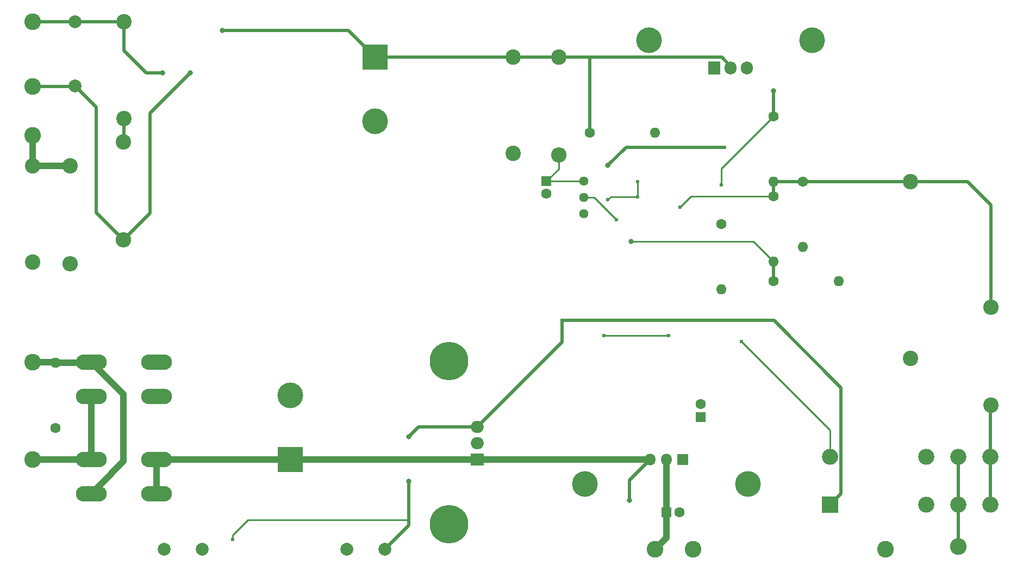
<source format=gbr>
G04 #@! TF.GenerationSoftware,KiCad,Pcbnew,(5.1.10-0-10_14)*
G04 #@! TF.CreationDate,2021-08-03T18:31:46+02:00*
G04 #@! TF.ProjectId,hv-power-supply-v1,68762d70-6f77-4657-922d-737570706c79,rev?*
G04 #@! TF.SameCoordinates,Original*
G04 #@! TF.FileFunction,Copper,L2,Bot*
G04 #@! TF.FilePolarity,Positive*
%FSLAX46Y46*%
G04 Gerber Fmt 4.6, Leading zero omitted, Abs format (unit mm)*
G04 Created by KiCad (PCBNEW (5.1.10-0-10_14)) date 2021-08-03 18:31:46*
%MOMM*%
%LPD*%
G01*
G04 APERTURE LIST*
G04 #@! TA.AperFunction,ComponentPad*
%ADD10O,1.600000X1.600000*%
G04 #@! TD*
G04 #@! TA.AperFunction,ComponentPad*
%ADD11C,1.600000*%
G04 #@! TD*
G04 #@! TA.AperFunction,ComponentPad*
%ADD12C,2.400000*%
G04 #@! TD*
G04 #@! TA.AperFunction,ComponentPad*
%ADD13O,2.400000X2.400000*%
G04 #@! TD*
G04 #@! TA.AperFunction,ComponentPad*
%ADD14C,2.000000*%
G04 #@! TD*
G04 #@! TA.AperFunction,ComponentPad*
%ADD15C,6.000000*%
G04 #@! TD*
G04 #@! TA.AperFunction,ComponentPad*
%ADD16C,4.000000*%
G04 #@! TD*
G04 #@! TA.AperFunction,ComponentPad*
%ADD17R,4.000000X4.000000*%
G04 #@! TD*
G04 #@! TA.AperFunction,ComponentPad*
%ADD18R,2.000000X1.905000*%
G04 #@! TD*
G04 #@! TA.AperFunction,ComponentPad*
%ADD19O,2.000000X1.905000*%
G04 #@! TD*
G04 #@! TA.AperFunction,ComponentPad*
%ADD20O,4.800600X2.400300*%
G04 #@! TD*
G04 #@! TA.AperFunction,ComponentPad*
%ADD21R,1.600000X1.600000*%
G04 #@! TD*
G04 #@! TA.AperFunction,ComponentPad*
%ADD22O,1.905000X2.000000*%
G04 #@! TD*
G04 #@! TA.AperFunction,ComponentPad*
%ADD23R,1.905000X2.000000*%
G04 #@! TD*
G04 #@! TA.AperFunction,ComponentPad*
%ADD24C,2.600000*%
G04 #@! TD*
G04 #@! TA.AperFunction,ComponentPad*
%ADD25C,1.440000*%
G04 #@! TD*
G04 #@! TA.AperFunction,ComponentPad*
%ADD26O,2.500000X2.500000*%
G04 #@! TD*
G04 #@! TA.AperFunction,ComponentPad*
%ADD27R,2.500000X2.500000*%
G04 #@! TD*
G04 #@! TA.AperFunction,ComponentPad*
%ADD28R,1.800000X1.800000*%
G04 #@! TD*
G04 #@! TA.AperFunction,ComponentPad*
%ADD29O,1.800000X1.800000*%
G04 #@! TD*
G04 #@! TA.AperFunction,ViaPad*
%ADD30C,0.600000*%
G04 #@! TD*
G04 #@! TA.AperFunction,ViaPad*
%ADD31C,0.800000*%
G04 #@! TD*
G04 #@! TA.AperFunction,Conductor*
%ADD32C,1.000000*%
G04 #@! TD*
G04 #@! TA.AperFunction,Conductor*
%ADD33C,0.500000*%
G04 #@! TD*
G04 #@! TA.AperFunction,Conductor*
%ADD34C,0.250000*%
G04 #@! TD*
G04 APERTURE END LIST*
D10*
X62928500Y-110680500D03*
D11*
X62928500Y-120840500D03*
D12*
X73596500Y-57658000D03*
X73596500Y-72658000D03*
X196088000Y-110050000D03*
X196088000Y-82550000D03*
D13*
X73533000Y-91567000D03*
D12*
X73533000Y-76327000D03*
D14*
X65976500Y-57658000D03*
X65976500Y-67658000D03*
D15*
X124206000Y-135890000D03*
X124206000Y-110490000D03*
D16*
X99504500Y-115753000D03*
D17*
X99504500Y-125753000D03*
D18*
X128613000Y-125753000D03*
D19*
X128613000Y-123213000D03*
X128613000Y-120673000D03*
D16*
X155410000Y-60475000D03*
X180810000Y-60475000D03*
X145377000Y-129563000D03*
X170777000Y-129563000D03*
D13*
X208597500Y-102108000D03*
D12*
X208597500Y-117348000D03*
D20*
X68542000Y-110640000D03*
X78702000Y-110640000D03*
X78702000Y-131087000D03*
X68542000Y-131087000D03*
X78702000Y-125753000D03*
X68542000Y-125753000D03*
X68542000Y-115974000D03*
X78702000Y-115974000D03*
D11*
X163411000Y-117149000D03*
D21*
X163411000Y-119149000D03*
D13*
X65214500Y-95313500D03*
D12*
X65214500Y-80073500D03*
D10*
X166649500Y-99273500D03*
D11*
X166649500Y-89113500D03*
D10*
X156337000Y-74930000D03*
D11*
X146177000Y-74930000D03*
D10*
X174777500Y-82509500D03*
D11*
X174777500Y-72349500D03*
D22*
X170650000Y-64793000D03*
X168110000Y-64793000D03*
D23*
X165570000Y-64793000D03*
D24*
X162268000Y-139723000D03*
X156299000Y-139723000D03*
X59398000Y-110640000D03*
X59372500Y-125753000D03*
X59398000Y-75334000D03*
X59372500Y-67691000D03*
X59372500Y-57658000D03*
D11*
X160077000Y-134008000D03*
D21*
X158077000Y-134008000D03*
D25*
X145186500Y-87526000D03*
X145186500Y-84986000D03*
X145186500Y-82446000D03*
D26*
X183578500Y-125342000D03*
X198578500Y-125342000D03*
X203578500Y-125342000D03*
X208578500Y-125342000D03*
X208578500Y-132842000D03*
X203578500Y-132842000D03*
X198578500Y-132842000D03*
D27*
X183578500Y-132842000D03*
D10*
X179349500Y-92669500D03*
D11*
X179349500Y-82509500D03*
D13*
X141274800Y-78384400D03*
D12*
X141274800Y-63144400D03*
D10*
X184937500Y-98003500D03*
D11*
X174777500Y-98003500D03*
D10*
X174777500Y-94955500D03*
D11*
X174777500Y-84795500D03*
D14*
X108293000Y-139723000D03*
X114262000Y-139723000D03*
X79845000Y-139723000D03*
X85814000Y-139723000D03*
D24*
X192240000Y-139723000D03*
X203543000Y-139342000D03*
D11*
X139382500Y-84423000D03*
D21*
X139382500Y-82423000D03*
D12*
X134213600Y-63144400D03*
X134213600Y-78144400D03*
D16*
X112712500Y-73119000D03*
D17*
X112712500Y-63119000D03*
D12*
X59372500Y-95073500D03*
X59372500Y-80073500D03*
D28*
X160617000Y-125753000D03*
D29*
X158077000Y-125753000D03*
X155537000Y-125753000D03*
D30*
X141800500Y-104120000D03*
D31*
X117945000Y-122197000D03*
X117945000Y-129182000D03*
D30*
X90513000Y-138199000D03*
X167100000Y-77184500D03*
D31*
X148971000Y-80010000D03*
D30*
X166649500Y-83017500D03*
D31*
X174777500Y-68349000D03*
X88870900Y-58957100D03*
D30*
X150304500Y-88455500D03*
X160210500Y-86487000D03*
X153568500Y-84859000D03*
X148971000Y-85344000D03*
X153606500Y-82550000D03*
X148361500Y-106449000D03*
X158458000Y-106449000D03*
D31*
X152552500Y-91844000D03*
D30*
X169799000Y-107442000D03*
D31*
X152298500Y-132103000D03*
X79565500Y-65595500D03*
X83883500Y-65595500D03*
D32*
X59398000Y-80048000D02*
X59372500Y-80073500D01*
X59398000Y-75334000D02*
X59398000Y-80048000D01*
X59372500Y-80073500D02*
X65214500Y-80073500D01*
D33*
X141800500Y-104120000D02*
X174817000Y-104120000D01*
X141800500Y-107485500D02*
X128613000Y-120673000D01*
X141800500Y-104120000D02*
X141800500Y-107485500D01*
X119469000Y-120673000D02*
X117945000Y-122197000D01*
X128613000Y-120673000D02*
X119469000Y-120673000D01*
X117945000Y-136040000D02*
X114262000Y-139723000D01*
D34*
X90513000Y-138199000D02*
X90513000Y-137515500D01*
X92862500Y-135166000D02*
X117945000Y-135166000D01*
X90513000Y-137515500D02*
X92862500Y-135166000D01*
D33*
X117945000Y-135166000D02*
X117945000Y-136040000D01*
X117945000Y-129182000D02*
X117945000Y-135166000D01*
X185278501Y-114581501D02*
X174817000Y-104120000D01*
X185278501Y-131141999D02*
X185278501Y-114581501D01*
X183578500Y-132842000D02*
X185278501Y-131141999D01*
X184937500Y-98307498D02*
X184937500Y-98003500D01*
X151796500Y-77184500D02*
X148971000Y-80010000D01*
X167100000Y-77184500D02*
X151796500Y-77184500D01*
X208578500Y-132842000D02*
X208578500Y-125342000D01*
X208578500Y-117367000D02*
X208597500Y-117348000D01*
X208578500Y-125342000D02*
X208578500Y-117367000D01*
X174777500Y-72349500D02*
X174777500Y-68349000D01*
D34*
X166649500Y-83017500D02*
X166649500Y-80477500D01*
X166649500Y-80477500D02*
X174777500Y-72349500D01*
D33*
X134188200Y-63119000D02*
X134213600Y-63144400D01*
X112712500Y-63119000D02*
X134188200Y-63119000D01*
X134213600Y-63144400D02*
X141274800Y-63144400D01*
X168110000Y-64570498D02*
X166683902Y-63144400D01*
X168110000Y-64793000D02*
X168110000Y-64570498D01*
X146177000Y-63322200D02*
X145999200Y-63144400D01*
X146177000Y-74930000D02*
X146177000Y-63322200D01*
X145999200Y-63144400D02*
X141274800Y-63144400D01*
X166683902Y-63144400D02*
X145999200Y-63144400D01*
X108550600Y-58957100D02*
X112712500Y-63119000D01*
X88870900Y-58957100D02*
X108550600Y-58957100D01*
D34*
X145163500Y-82423000D02*
X145186500Y-82446000D01*
X139382500Y-82423000D02*
X145163500Y-82423000D01*
X141274800Y-80530700D02*
X139382500Y-82423000D01*
X141274800Y-78384400D02*
X141274800Y-80530700D01*
X146835000Y-84986000D02*
X145186500Y-84986000D01*
X150304500Y-88455500D02*
X146835000Y-84986000D01*
D32*
X158077000Y-125753000D02*
X158077000Y-134008000D01*
X158077000Y-137945000D02*
X156299000Y-139723000D01*
X158077000Y-134008000D02*
X158077000Y-137945000D01*
D33*
X174777500Y-82509500D02*
X174777500Y-84795500D01*
X176936500Y-82509500D02*
X179349500Y-82509500D01*
X174777500Y-82509500D02*
X176936500Y-82509500D01*
D34*
X161902000Y-84795500D02*
X160210500Y-86487000D01*
X174777500Y-84795500D02*
X161902000Y-84795500D01*
D33*
X208597500Y-86169500D02*
X208597500Y-102108000D01*
X179390000Y-82550000D02*
X179349500Y-82509500D01*
X196088000Y-82550000D02*
X179390000Y-82550000D01*
X204978000Y-82550000D02*
X208597500Y-86169500D01*
X196088000Y-82550000D02*
X204978000Y-82550000D01*
X203543000Y-132877500D02*
X203578500Y-132842000D01*
X203543000Y-139342000D02*
X203543000Y-132877500D01*
X203578500Y-132842000D02*
X203578500Y-125342000D01*
D34*
X149456000Y-84859000D02*
X153568500Y-84859000D01*
X148971000Y-85344000D02*
X149456000Y-84859000D01*
X153606500Y-84821000D02*
X153568500Y-84859000D01*
X153606500Y-82550000D02*
X153606500Y-84821000D01*
X148361500Y-106449000D02*
X158458000Y-106449000D01*
D33*
X174777500Y-94955500D02*
X174777500Y-98003500D01*
D34*
X171666000Y-91844000D02*
X174777500Y-94955500D01*
X152552500Y-91844000D02*
X171666000Y-91844000D01*
X183578500Y-121221500D02*
X183578500Y-125342000D01*
X169799000Y-107442000D02*
X183578500Y-121221500D01*
D33*
X73596500Y-76263500D02*
X73533000Y-76327000D01*
X73596500Y-72658000D02*
X73596500Y-76263500D01*
X152298500Y-128991500D02*
X155537000Y-125753000D01*
X152298500Y-132103000D02*
X152298500Y-128991500D01*
D32*
X155537000Y-125753000D02*
X128613000Y-125753000D01*
X99504500Y-125753000D02*
X128613000Y-125753000D01*
X78702000Y-131087000D02*
X78702000Y-125753000D01*
X78702000Y-125753000D02*
X99504500Y-125753000D01*
X68542000Y-115974000D02*
X68542000Y-125753000D01*
X71642310Y-127986690D02*
X71642310Y-127859690D01*
X68542000Y-131087000D02*
X71642310Y-127986690D01*
X71642310Y-127859690D02*
X73495000Y-126007000D01*
X73495000Y-115593000D02*
X68542000Y-110640000D01*
X73495000Y-126007000D02*
X73495000Y-115593000D01*
X62888000Y-110640000D02*
X62928500Y-110680500D01*
X59398000Y-110640000D02*
X62888000Y-110640000D01*
X68501500Y-110680500D02*
X68542000Y-110640000D01*
X62928500Y-110680500D02*
X68501500Y-110680500D01*
X59372500Y-125753000D02*
X68542000Y-125753000D01*
D33*
X65976500Y-57658000D02*
X73596500Y-57658000D01*
X59372500Y-57658000D02*
X65976500Y-57658000D01*
X73596500Y-62103000D02*
X73596500Y-57658000D01*
X77089000Y-65595500D02*
X73596500Y-62103000D01*
X79565500Y-65595500D02*
X77089000Y-65595500D01*
X69278500Y-70960000D02*
X65976500Y-67658000D01*
X69278500Y-87312500D02*
X69278500Y-70960000D01*
X73533000Y-91567000D02*
X69278500Y-87312500D01*
X65943500Y-67691000D02*
X65976500Y-67658000D01*
X59372500Y-67691000D02*
X65943500Y-67691000D01*
X73533000Y-91567000D02*
X77660500Y-87439500D01*
X77660500Y-71818500D02*
X83883500Y-65595500D01*
X77660500Y-87439500D02*
X77660500Y-71818500D01*
M02*

</source>
